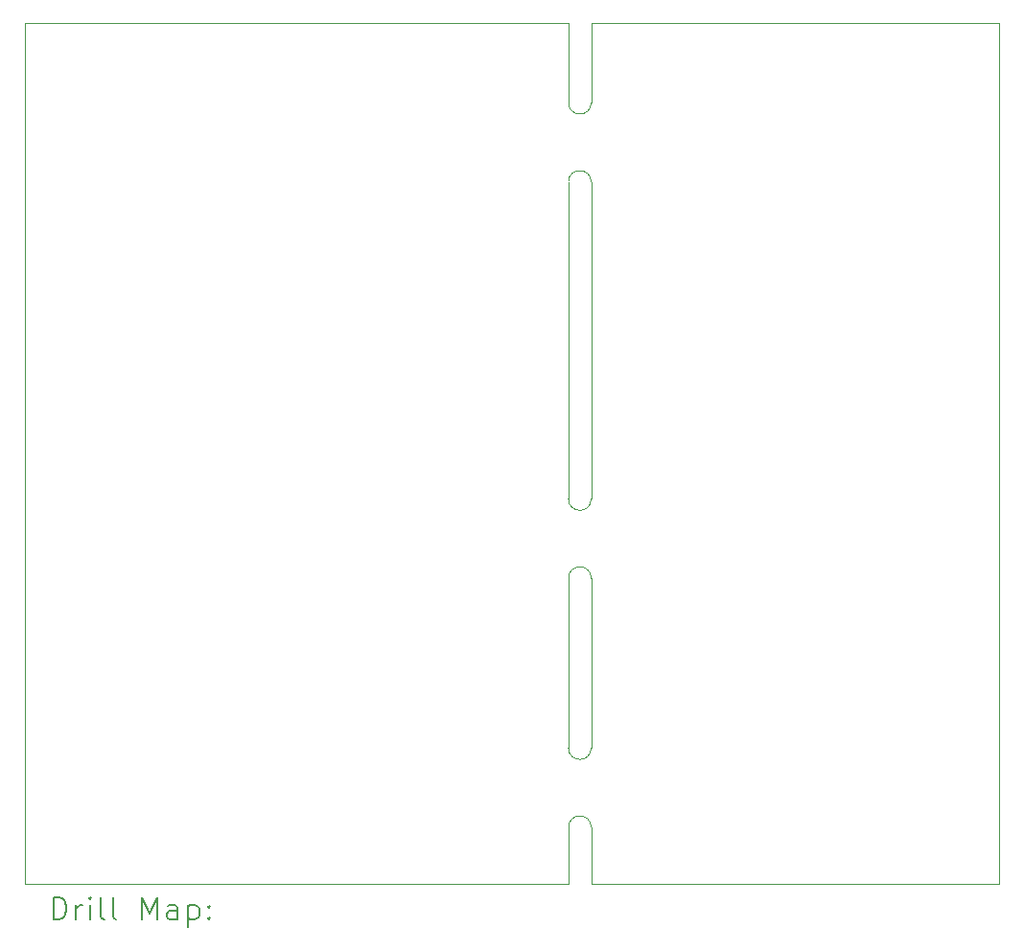
<source format=gbr>
%TF.GenerationSoftware,KiCad,Pcbnew,6.0.10-86aedd382b~118~ubuntu20.04.1*%
%TF.CreationDate,2023-01-20T20:18:41+03:00*%
%TF.ProjectId,PMSM_driver,504d534d-5f64-4726-9976-65722e6b6963,v0.1*%
%TF.SameCoordinates,Original*%
%TF.FileFunction,Drillmap*%
%TF.FilePolarity,Positive*%
%FSLAX45Y45*%
G04 Gerber Fmt 4.5, Leading zero omitted, Abs format (unit mm)*
G04 Created by KiCad (PCBNEW 6.0.10-86aedd382b~118~ubuntu20.04.1) date 2023-01-20 20:18:41*
%MOMM*%
%LPD*%
G01*
G04 APERTURE LIST*
%ADD10C,0.100000*%
%ADD11C,0.200000*%
G04 APERTURE END LIST*
D10*
X14800000Y-12200000D02*
G75*
G03*
X14600000Y-12200000I-100000J0D01*
G01*
X14600000Y-6500000D02*
X14600000Y-9300000D01*
X18400000Y-12700000D02*
X14800000Y-12700000D01*
X9800000Y-12700000D02*
X14600000Y-12700000D01*
X14600000Y-5100000D02*
X9800000Y-5100000D01*
X9800000Y-5100000D02*
X9800000Y-12700000D01*
X14600000Y-12200000D02*
X14600000Y-12700000D01*
X14600000Y-10000000D02*
X14600000Y-11500000D01*
X14600000Y-9300000D02*
G75*
G03*
X14800000Y-9300000I100000J0D01*
G01*
X14800000Y-5100000D02*
X14800000Y-5800000D01*
X14800000Y-10000000D02*
G75*
G03*
X14600000Y-10000000I-100000J0D01*
G01*
X14600000Y-5800000D02*
G75*
G03*
X14800000Y-5800000I100000J0D01*
G01*
X18400000Y-5100000D02*
X18400000Y-12700000D01*
X14800000Y-12200000D02*
X14800000Y-12700000D01*
X14800000Y-5100000D02*
X18400000Y-5100000D01*
X14600000Y-11500000D02*
G75*
G03*
X14800000Y-11500000I100000J0D01*
G01*
X14800000Y-11500000D02*
X14800000Y-10000000D01*
X14800000Y-9300000D02*
X14800000Y-6500000D01*
X14800000Y-6500000D02*
G75*
G03*
X14600000Y-6500000I-100000J0D01*
G01*
X14600000Y-5800000D02*
X14600000Y-5100000D01*
D11*
X10052619Y-13015476D02*
X10052619Y-12815476D01*
X10100238Y-12815476D01*
X10128810Y-12825000D01*
X10147857Y-12844048D01*
X10157381Y-12863095D01*
X10166905Y-12901190D01*
X10166905Y-12929762D01*
X10157381Y-12967857D01*
X10147857Y-12986905D01*
X10128810Y-13005952D01*
X10100238Y-13015476D01*
X10052619Y-13015476D01*
X10252619Y-13015476D02*
X10252619Y-12882143D01*
X10252619Y-12920238D02*
X10262143Y-12901190D01*
X10271667Y-12891667D01*
X10290714Y-12882143D01*
X10309762Y-12882143D01*
X10376429Y-13015476D02*
X10376429Y-12882143D01*
X10376429Y-12815476D02*
X10366905Y-12825000D01*
X10376429Y-12834524D01*
X10385952Y-12825000D01*
X10376429Y-12815476D01*
X10376429Y-12834524D01*
X10500238Y-13015476D02*
X10481190Y-13005952D01*
X10471667Y-12986905D01*
X10471667Y-12815476D01*
X10605000Y-13015476D02*
X10585952Y-13005952D01*
X10576429Y-12986905D01*
X10576429Y-12815476D01*
X10833571Y-13015476D02*
X10833571Y-12815476D01*
X10900238Y-12958333D01*
X10966905Y-12815476D01*
X10966905Y-13015476D01*
X11147857Y-13015476D02*
X11147857Y-12910714D01*
X11138333Y-12891667D01*
X11119286Y-12882143D01*
X11081190Y-12882143D01*
X11062143Y-12891667D01*
X11147857Y-13005952D02*
X11128810Y-13015476D01*
X11081190Y-13015476D01*
X11062143Y-13005952D01*
X11052619Y-12986905D01*
X11052619Y-12967857D01*
X11062143Y-12948809D01*
X11081190Y-12939286D01*
X11128810Y-12939286D01*
X11147857Y-12929762D01*
X11243095Y-12882143D02*
X11243095Y-13082143D01*
X11243095Y-12891667D02*
X11262143Y-12882143D01*
X11300238Y-12882143D01*
X11319286Y-12891667D01*
X11328809Y-12901190D01*
X11338333Y-12920238D01*
X11338333Y-12977381D01*
X11328809Y-12996428D01*
X11319286Y-13005952D01*
X11300238Y-13015476D01*
X11262143Y-13015476D01*
X11243095Y-13005952D01*
X11424048Y-12996428D02*
X11433571Y-13005952D01*
X11424048Y-13015476D01*
X11414524Y-13005952D01*
X11424048Y-12996428D01*
X11424048Y-13015476D01*
X11424048Y-12891667D02*
X11433571Y-12901190D01*
X11424048Y-12910714D01*
X11414524Y-12901190D01*
X11424048Y-12891667D01*
X11424048Y-12910714D01*
M02*

</source>
